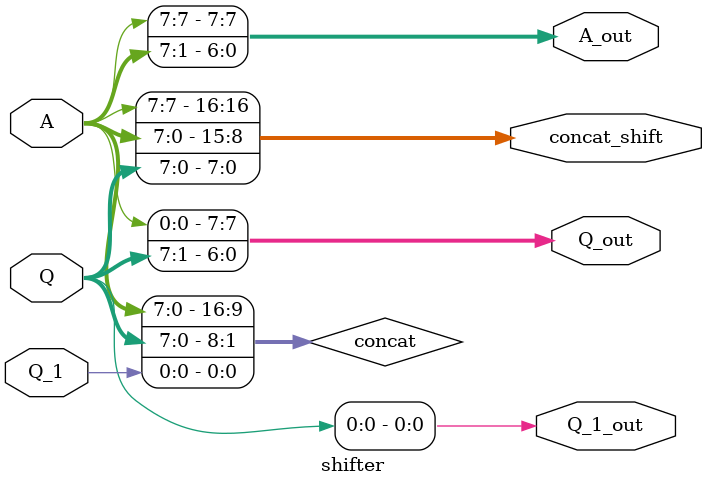
<source format=v>
module shifter(A, Q, Q_1, A_out, Q_out, Q_1_out, concat_shift);
    input signed [7:0] A, Q;
    input signed Q_1;

    output signed [7:0] A_out, Q_out;
    output signed Q_1_out;
    output signed [16:0] concat_shift;

    wire signed [16:0] concat;
    assign concat = {A, Q, Q_1};

    assign concat_shift = concat >>> 1; 


    assign A_out = concat_shift[16:9];
    assign Q_out = concat_shift[8:1];
    assign Q_1_out = concat_shift[0];

endmodule
</source>
